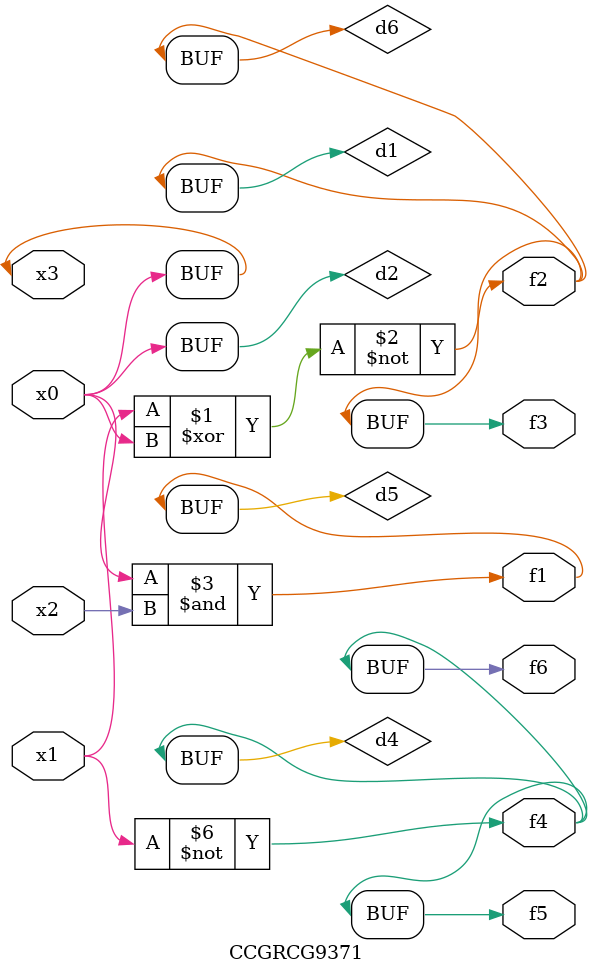
<source format=v>
module CCGRCG9371(
	input x0, x1, x2, x3,
	output f1, f2, f3, f4, f5, f6
);

	wire d1, d2, d3, d4, d5, d6;

	xnor (d1, x1, x3);
	buf (d2, x0, x3);
	nand (d3, x0, x2);
	not (d4, x1);
	nand (d5, d3);
	or (d6, d1);
	assign f1 = d5;
	assign f2 = d6;
	assign f3 = d6;
	assign f4 = d4;
	assign f5 = d4;
	assign f6 = d4;
endmodule

</source>
